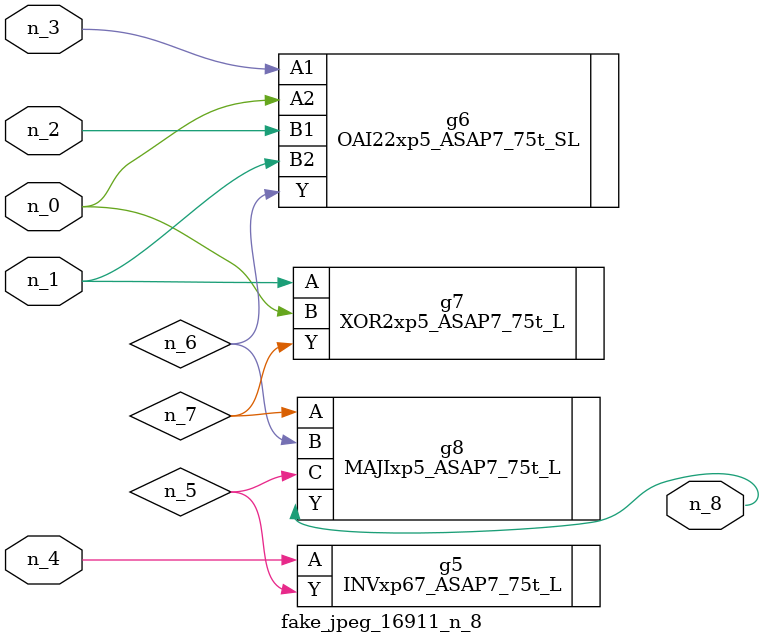
<source format=v>
module fake_jpeg_16911_n_8 (n_3, n_2, n_1, n_0, n_4, n_8);

input n_3;
input n_2;
input n_1;
input n_0;
input n_4;

output n_8;

wire n_6;
wire n_5;
wire n_7;

INVxp67_ASAP7_75t_L g5 ( 
.A(n_4),
.Y(n_5)
);

OAI22xp5_ASAP7_75t_SL g6 ( 
.A1(n_3),
.A2(n_0),
.B1(n_2),
.B2(n_1),
.Y(n_6)
);

XOR2xp5_ASAP7_75t_L g7 ( 
.A(n_1),
.B(n_0),
.Y(n_7)
);

MAJIxp5_ASAP7_75t_L g8 ( 
.A(n_7),
.B(n_6),
.C(n_5),
.Y(n_8)
);


endmodule
</source>
